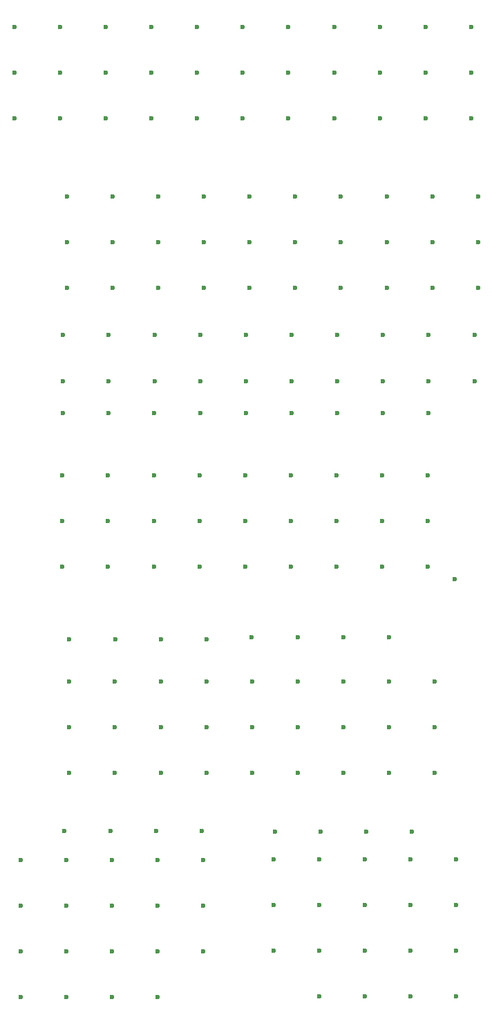
<source format=gbr>
G04 ===== Begin FILE IDENTIFICATION =====*
G04 File Format:  Gerber RS274X*
G04 ===== End FILE IDENTIFICATION =====*
%FSDAX34Y34*%
%MOMM*%
%SFA1.0000B1.0000*%
%OFA0.0B0.0*%
%ADD14C,0.600000*%
%LNhole*%
%IPPOS*%
%LPD*%
G75*
D14*
X-0323610Y0056690D03*
X-0359282Y0620764D03*
X-0807282D03*
X-0863282D03*
X-0751282D03*
X-0695282D03*
X-0415282D03*
X-0471282D03*
X-0527282D03*
X-0583282D03*
X-0639282D03*
X-0471282Y0732764D03*
X-0359282Y0676764D03*
X-0303282D03*
X-0863282Y0732764D03*
X-0807282D03*
X-0303282Y0620764D03*
X-0863282Y0676764D03*
X-0807282D03*
X-0751282D03*
X-0695282D03*
X-0527282Y0732764D03*
X-0751282D03*
X-0695282D03*
X-0639282D03*
X-0583282D03*
X-0639282Y0676764D03*
X-0583282D03*
X-0527282D03*
X-0471282D03*
X-0415282D03*
Y0732764D03*
X-0359282D03*
X-0303282D03*
X-0798862Y0412983D03*
X-0742862D03*
X-0686862D03*
X-0630862D03*
X-0574862D03*
X-0518862D03*
X-0462862D03*
X-0406862D03*
X-0350862D03*
X-0294862D03*
X-0798862Y0468983D03*
X-0742862D03*
X-0686862D03*
X-0630862D03*
X-0574862D03*
X-0518862D03*
X-0462862D03*
X-0406862D03*
X-0350862D03*
X-0294862D03*
X-0798862Y0524983D03*
X-0742862D03*
X-0686862D03*
X-0630862D03*
X-0574862D03*
X-0518862D03*
X-0462862D03*
X-0406862D03*
X-0350862D03*
X-0294862D03*
X-0803362Y0299369D03*
X-0747362D03*
X-0691362D03*
X-0635362D03*
X-0579362D03*
X-0523362D03*
X-0467362D03*
X-0411362D03*
X-0355362D03*
X-0299362D03*
X-0803362Y0355369D03*
X-0747362D03*
X-0691362D03*
X-0635362D03*
X-0579362D03*
X-0523362D03*
X-0467362D03*
X-0411362D03*
X-0355362D03*
X-0299362D03*
X-0803453Y0260180D03*
X-0747453D03*
X-0691453D03*
X-0635453D03*
X-0579453D03*
X-0523453D03*
X-0467453D03*
X-0411453D03*
X-0355453D03*
X-0804150Y0072065D03*
X-0748150D03*
X-0692150D03*
X-0636150D03*
X-0580150D03*
X-0524150D03*
X-0468150D03*
X-0412150D03*
X-0356150D03*
X-0804150Y0128065D03*
X-0748150D03*
X-0692150D03*
X-0636150D03*
X-0580150D03*
X-0524150D03*
X-0468150D03*
X-0412150D03*
X-0356150D03*
X-0804150Y0184065D03*
X-0748150D03*
X-0692150D03*
X-0636150D03*
X-0580150D03*
X-0524150D03*
X-0468150D03*
X-0412150D03*
X-0356150D03*
X-0795734Y-0180490D03*
X-0739734D03*
X-0683734D03*
X-0627734D03*
X-0571734D03*
X-0515734D03*
X-0459734D03*
X-0403734D03*
X-0347734D03*
X-0795734Y-0124490D03*
X-0739734D03*
X-0683734D03*
X-0627734D03*
X-0571734D03*
X-0515734D03*
X-0459734D03*
X-0403734D03*
X-0347734D03*
X-0795734Y-0068490D03*
X-0739734D03*
X-0683734D03*
X-0627734D03*
X-0571734D03*
X-0515734D03*
X-0459734D03*
X-0403734D03*
X-0347734D03*
X-0795605Y-0016716D03*
X-0739605D03*
X-0683605D03*
X-0627605D03*
X-0572062Y-0014185D03*
X-0516062D03*
X-0460062D03*
X-0404062D03*
X-0801512Y-0251667D03*
X-0745512D03*
X-0689512D03*
X-0633512D03*
X-0544097Y-0252523D03*
X-0488097D03*
X-0432097D03*
X-0376097D03*
X-0855437Y-0454681D03*
X-0799437D03*
X-0743437D03*
X-0687437D03*
X-0855437Y-0398681D03*
X-0799437D03*
X-0743437D03*
X-0687437D03*
X-0631437D03*
X-0855437Y-0342681D03*
X-0799437D03*
X-0743437D03*
X-0687437D03*
X-0631437D03*
X-0855437Y-0286681D03*
X-0799437D03*
X-0743437D03*
X-0687437D03*
X-0631437D03*
X-0489554Y-0454079D03*
X-0433554D03*
X-0377554D03*
X-0321554D03*
X-0545554Y-0398079D03*
X-0489554D03*
X-0433554D03*
X-0377554D03*
X-0321554D03*
X-0545554Y-0342079D03*
X-0489554D03*
X-0433554D03*
X-0377554D03*
X-0321554D03*
X-0545554Y-0286079D03*
X-0489554D03*
X-0433554D03*
X-0377554D03*
X-0321554D03*
M02*


</source>
